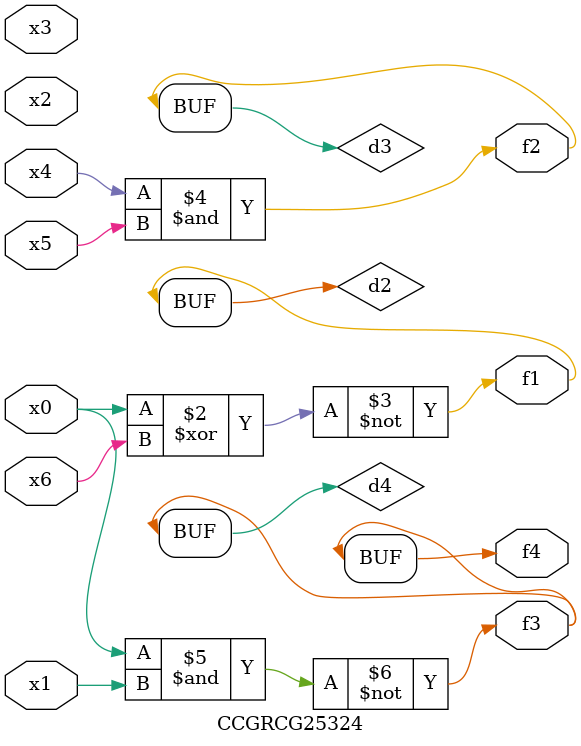
<source format=v>
module CCGRCG25324(
	input x0, x1, x2, x3, x4, x5, x6,
	output f1, f2, f3, f4
);

	wire d1, d2, d3, d4;

	nor (d1, x0);
	xnor (d2, x0, x6);
	and (d3, x4, x5);
	nand (d4, x0, x1);
	assign f1 = d2;
	assign f2 = d3;
	assign f3 = d4;
	assign f4 = d4;
endmodule

</source>
